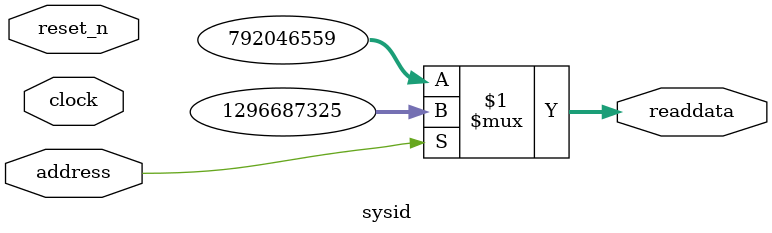
<source format=v>

`timescale 1ns / 1ps
// synthesis translate_on

// turn off superfluous verilog processor warnings 
// altera message_level Level1 
// altera message_off 10034 10035 10036 10037 10230 10240 10030 

module sysid (
               // inputs:
                address,
                clock,
                reset_n,

               // outputs:
                readdata
             )
;

  output  [ 31: 0] readdata;
  input            address;
  input            clock;
  input            reset_n;

  wire    [ 31: 0] readdata;
  //control_slave, which is an e_avalon_slave
  assign readdata = address ? 1296687325 : 792046559;

endmodule


</source>
